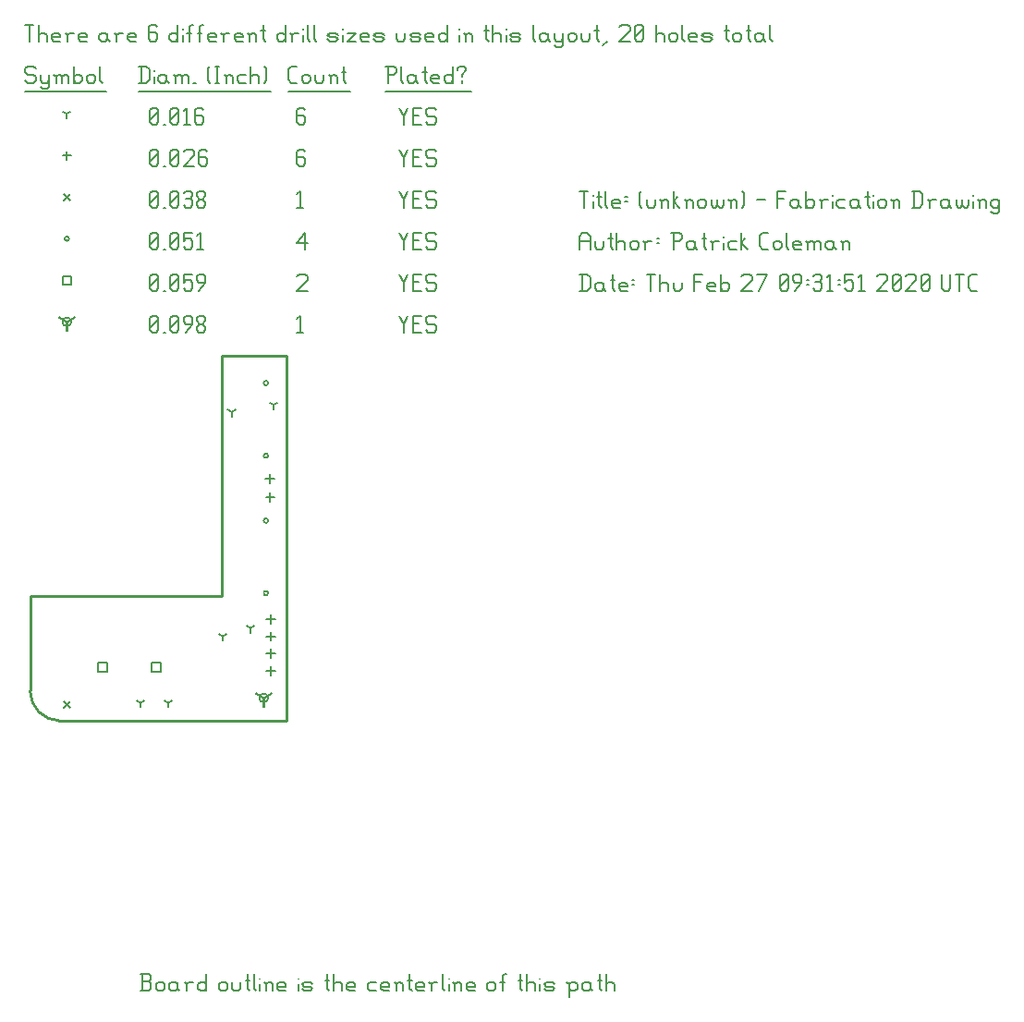
<source format=gbr>
G04 start of page 11 for group -3984 idx -3984 *
G04 Title: (unknown), fab *
G04 Creator: pcb 4.2.0 *
G04 CreationDate: Thu Feb 27 09:31:51 2020 UTC *
G04 For: blinken *
G04 Format: Gerber/RS-274X *
G04 PCB-Dimensions (mm): 65.00 56.00 *
G04 PCB-Coordinate-Origin: lower left *
%MOMM*%
%FSLAX43Y43*%
%LNFAB*%
%ADD65C,0.254*%
%ADD64C,0.191*%
%ADD63C,0.152*%
%ADD62C,0.002*%
%ADD61R,0.203X0.203*%
G54D61*X21850Y24400D02*Y23587D01*
G54D62*G36*
X21711Y24437D02*X22592Y24945D01*
X22693Y24769D01*
X21813Y24261D01*
X21711Y24437D01*
G37*
G36*
X21887Y24261D02*X21007Y24769D01*
X21108Y24945D01*
X21989Y24437D01*
X21887Y24261D01*
G37*
G54D61*X21444Y24400D02*G75*G03X22256Y24400I406J0D01*G01*
G75*G03X21444Y24400I-406J0D01*G01*
X3810Y58858D02*Y58045D01*
G54D62*G36*
X3671Y58895D02*X4552Y59403D01*
X4653Y59227D01*
X3773Y58719D01*
X3671Y58895D01*
G37*
G36*
X3847Y58719D02*X2967Y59227D01*
X3068Y59403D01*
X3949Y58895D01*
X3847Y58719D01*
G37*
G54D61*X3404Y58858D02*G75*G03X4216Y58858I406J0D01*G01*
G75*G03X3404Y58858I-406J0D01*G01*
G54D63*X34290Y59429D02*X34671Y58667D01*
X35052Y59429D01*
X34671Y58667D02*Y57905D01*
X35509Y58743D02*X36081D01*
X35509Y57905D02*X36271D01*
X35509Y59429D02*Y57905D01*
Y59429D02*X36271D01*
X37490D02*X37681Y59238D01*
X36919Y59429D02*X37490D01*
X36728Y59238D02*X36919Y59429D01*
X36728Y59238D02*Y58858D01*
X36919Y58667D01*
X37490D01*
X37681Y58476D01*
Y58096D01*
X37490Y57905D02*X37681Y58096D01*
X36919Y57905D02*X37490D01*
X36728Y58096D02*X36919Y57905D01*
X24892Y59124D02*X25197Y59429D01*
Y57905D01*
X24892D02*X25464D01*
X11430Y58096D02*X11620Y57905D01*
X11430Y59238D02*Y58096D01*
Y59238D02*X11620Y59429D01*
X12002D01*
X12192Y59238D01*
Y58096D01*
X12002Y57905D02*X12192Y58096D01*
X11620Y57905D02*X12002D01*
X11430Y58286D02*X12192Y59048D01*
X12649Y57905D02*X12840D01*
X13297Y58096D02*X13487Y57905D01*
X13297Y59238D02*Y58096D01*
Y59238D02*X13487Y59429D01*
X13868D01*
X14059Y59238D01*
Y58096D01*
X13868Y57905D02*X14059Y58096D01*
X13487Y57905D02*X13868D01*
X13297Y58286D02*X14059Y59048D01*
X14707Y57905D02*X15278Y58667D01*
Y59238D02*Y58667D01*
X15088Y59429D02*X15278Y59238D01*
X14707Y59429D02*X15088D01*
X14516Y59238D02*X14707Y59429D01*
X14516Y59238D02*Y58858D01*
X14707Y58667D01*
X15278D01*
X15735Y58096D02*X15926Y57905D01*
X15735Y58400D02*Y58096D01*
Y58400D02*X16002Y58667D01*
X16231D01*
X16497Y58400D01*
Y58096D01*
X16307Y57905D02*X16497Y58096D01*
X15926Y57905D02*X16307D01*
X15735Y58934D02*X16002Y58667D01*
X15735Y59238D02*Y58934D01*
Y59238D02*X15926Y59429D01*
X16307D01*
X16497Y59238D01*
Y58934D01*
X16231Y58667D02*X16497Y58934D01*
X6694Y27606D02*X7506D01*
X6694D02*Y26794D01*
X7506D01*
Y27606D02*Y26794D01*
X11594Y27606D02*X12406D01*
X11594D02*Y26794D01*
X12406D01*
Y27606D02*Y26794D01*
X3404Y63074D02*X4216D01*
X3404D02*Y62261D01*
X4216D01*
Y63074D02*Y62261D01*
X34290Y63239D02*X34671Y62477D01*
X35052Y63239D01*
X34671Y62477D02*Y61715D01*
X35509Y62553D02*X36081D01*
X35509Y61715D02*X36271D01*
X35509Y63239D02*Y61715D01*
Y63239D02*X36271D01*
X37490D02*X37681Y63048D01*
X36919Y63239D02*X37490D01*
X36728Y63048D02*X36919Y63239D01*
X36728Y63048D02*Y62668D01*
X36919Y62477D01*
X37490D01*
X37681Y62286D01*
Y61906D01*
X37490Y61715D02*X37681Y61906D01*
X36919Y61715D02*X37490D01*
X36728Y61906D02*X36919Y61715D01*
X24892Y63048D02*X25082Y63239D01*
X25654D01*
X25844Y63048D01*
Y62668D01*
X24892Y61715D02*X25844Y62668D01*
X24892Y61715D02*X25844D01*
X11430Y61906D02*X11620Y61715D01*
X11430Y63048D02*Y61906D01*
Y63048D02*X11620Y63239D01*
X12002D01*
X12192Y63048D01*
Y61906D01*
X12002Y61715D02*X12192Y61906D01*
X11620Y61715D02*X12002D01*
X11430Y62096D02*X12192Y62858D01*
X12649Y61715D02*X12840D01*
X13297Y61906D02*X13487Y61715D01*
X13297Y63048D02*Y61906D01*
Y63048D02*X13487Y63239D01*
X13868D01*
X14059Y63048D01*
Y61906D01*
X13868Y61715D02*X14059Y61906D01*
X13487Y61715D02*X13868D01*
X13297Y62096D02*X14059Y62858D01*
X14516Y63239D02*X15278D01*
X14516D02*Y62477D01*
X14707Y62668D01*
X15088D01*
X15278Y62477D01*
Y61906D01*
X15088Y61715D02*X15278Y61906D01*
X14707Y61715D02*X15088D01*
X14516Y61906D02*X14707Y61715D01*
X15926D02*X16497Y62477D01*
Y63048D02*Y62477D01*
X16307Y63239D02*X16497Y63048D01*
X15926Y63239D02*X16307D01*
X15735Y63048D02*X15926Y63239D01*
X15735Y63048D02*Y62668D01*
X15926Y62477D01*
X16497D01*
X21847Y34000D02*G75*G03X22253Y34000I203J0D01*G01*
G75*G03X21847Y34000I-203J0D01*G01*
Y40650D02*G75*G03X22253Y40650I203J0D01*G01*
G75*G03X21847Y40650I-203J0D01*G01*
Y46600D02*G75*G03X22253Y46600I203J0D01*G01*
G75*G03X21847Y46600I-203J0D01*G01*
Y53250D02*G75*G03X22253Y53250I203J0D01*G01*
G75*G03X21847Y53250I-203J0D01*G01*
X3607Y66478D02*G75*G03X4013Y66478I203J0D01*G01*
G75*G03X3607Y66478I-203J0D01*G01*
X34290Y67049D02*X34671Y66287D01*
X35052Y67049D01*
X34671Y66287D02*Y65525D01*
X35509Y66363D02*X36081D01*
X35509Y65525D02*X36271D01*
X35509Y67049D02*Y65525D01*
Y67049D02*X36271D01*
X37490D02*X37681Y66858D01*
X36919Y67049D02*X37490D01*
X36728Y66858D02*X36919Y67049D01*
X36728Y66858D02*Y66478D01*
X36919Y66287D01*
X37490D01*
X37681Y66096D01*
Y65716D01*
X37490Y65525D02*X37681Y65716D01*
X36919Y65525D02*X37490D01*
X36728Y65716D02*X36919Y65525D01*
X24892Y66096D02*X25654Y67049D01*
X24892Y66096D02*X25844D01*
X25654Y67049D02*Y65525D01*
X11430Y65716D02*X11620Y65525D01*
X11430Y66858D02*Y65716D01*
Y66858D02*X11620Y67049D01*
X12002D01*
X12192Y66858D01*
Y65716D01*
X12002Y65525D02*X12192Y65716D01*
X11620Y65525D02*X12002D01*
X11430Y65906D02*X12192Y66668D01*
X12649Y65525D02*X12840D01*
X13297Y65716D02*X13487Y65525D01*
X13297Y66858D02*Y65716D01*
Y66858D02*X13487Y67049D01*
X13868D01*
X14059Y66858D01*
Y65716D01*
X13868Y65525D02*X14059Y65716D01*
X13487Y65525D02*X13868D01*
X13297Y65906D02*X14059Y66668D01*
X14516Y67049D02*X15278D01*
X14516D02*Y66287D01*
X14707Y66478D01*
X15088D01*
X15278Y66287D01*
Y65716D01*
X15088Y65525D02*X15278Y65716D01*
X14707Y65525D02*X15088D01*
X14516Y65716D02*X14707Y65525D01*
X15735Y66744D02*X16040Y67049D01*
Y65525D01*
X15735D02*X16307D01*
X3495Y24105D02*X4105Y23495D01*
X3495D02*X4105Y24105D01*
X3505Y70592D02*X4115Y69983D01*
X3505D02*X4115Y70592D01*
X34290Y70859D02*X34671Y70097D01*
X35052Y70859D01*
X34671Y70097D02*Y69335D01*
X35509Y70173D02*X36081D01*
X35509Y69335D02*X36271D01*
X35509Y70859D02*Y69335D01*
Y70859D02*X36271D01*
X37490D02*X37681Y70668D01*
X36919Y70859D02*X37490D01*
X36728Y70668D02*X36919Y70859D01*
X36728Y70668D02*Y70288D01*
X36919Y70097D01*
X37490D01*
X37681Y69906D01*
Y69526D01*
X37490Y69335D02*X37681Y69526D01*
X36919Y69335D02*X37490D01*
X36728Y69526D02*X36919Y69335D01*
X24892Y70554D02*X25197Y70859D01*
Y69335D01*
X24892D02*X25464D01*
X11430Y69526D02*X11620Y69335D01*
X11430Y70668D02*Y69526D01*
Y70668D02*X11620Y70859D01*
X12002D01*
X12192Y70668D01*
Y69526D01*
X12002Y69335D02*X12192Y69526D01*
X11620Y69335D02*X12002D01*
X11430Y69716D02*X12192Y70478D01*
X12649Y69335D02*X12840D01*
X13297Y69526D02*X13487Y69335D01*
X13297Y70668D02*Y69526D01*
Y70668D02*X13487Y70859D01*
X13868D01*
X14059Y70668D01*
Y69526D01*
X13868Y69335D02*X14059Y69526D01*
X13487Y69335D02*X13868D01*
X13297Y69716D02*X14059Y70478D01*
X14516Y70668D02*X14707Y70859D01*
X15088D01*
X15278Y70668D01*
X15088Y69335D02*X15278Y69526D01*
X14707Y69335D02*X15088D01*
X14516Y69526D02*X14707Y69335D01*
Y70173D02*X15088D01*
X15278Y70668D02*Y70364D01*
Y69983D02*Y69526D01*
Y69983D02*X15088Y70173D01*
X15278Y70364D02*X15088Y70173D01*
X15735Y69526D02*X15926Y69335D01*
X15735Y69830D02*Y69526D01*
Y69830D02*X16002Y70097D01*
X16231D01*
X16497Y69830D01*
Y69526D01*
X16307Y69335D02*X16497Y69526D01*
X15926Y69335D02*X16307D01*
X15735Y70364D02*X16002Y70097D01*
X15735Y70668D02*Y70364D01*
Y70668D02*X15926Y70859D01*
X16307D01*
X16497Y70668D01*
Y70364D01*
X16231Y70097D02*X16497Y70364D01*
X22500Y27306D02*Y26494D01*
X22094Y26900D02*X22906D01*
X22500Y28906D02*Y28094D01*
X22094Y28500D02*X22906D01*
X22500Y30456D02*Y29644D01*
X22094Y30050D02*X22906D01*
X22500Y32006D02*Y31194D01*
X22094Y31600D02*X22906D01*
X22450Y43206D02*Y42394D01*
X22044Y42800D02*X22856D01*
X22400Y44906D02*Y44094D01*
X21994Y44500D02*X22806D01*
X3810Y74504D02*Y73691D01*
X3404Y74098D02*X4216D01*
X34290Y74669D02*X34671Y73907D01*
X35052Y74669D01*
X34671Y73907D02*Y73145D01*
X35509Y73983D02*X36081D01*
X35509Y73145D02*X36271D01*
X35509Y74669D02*Y73145D01*
Y74669D02*X36271D01*
X37490D02*X37681Y74478D01*
X36919Y74669D02*X37490D01*
X36728Y74478D02*X36919Y74669D01*
X36728Y74478D02*Y74098D01*
X36919Y73907D01*
X37490D01*
X37681Y73716D01*
Y73336D01*
X37490Y73145D02*X37681Y73336D01*
X36919Y73145D02*X37490D01*
X36728Y73336D02*X36919Y73145D01*
X25464Y74669D02*X25654Y74478D01*
X25082Y74669D02*X25464D01*
X24892Y74478D02*X25082Y74669D01*
X24892Y74478D02*Y73336D01*
X25082Y73145D01*
X25464Y73983D02*X25654Y73793D01*
X24892Y73983D02*X25464D01*
X25082Y73145D02*X25464D01*
X25654Y73336D01*
Y73793D02*Y73336D01*
X11430D02*X11620Y73145D01*
X11430Y74478D02*Y73336D01*
Y74478D02*X11620Y74669D01*
X12002D01*
X12192Y74478D01*
Y73336D01*
X12002Y73145D02*X12192Y73336D01*
X11620Y73145D02*X12002D01*
X11430Y73526D02*X12192Y74288D01*
X12649Y73145D02*X12840D01*
X13297Y73336D02*X13487Y73145D01*
X13297Y74478D02*Y73336D01*
Y74478D02*X13487Y74669D01*
X13868D01*
X14059Y74478D01*
Y73336D01*
X13868Y73145D02*X14059Y73336D01*
X13487Y73145D02*X13868D01*
X13297Y73526D02*X14059Y74288D01*
X14516Y74478D02*X14707Y74669D01*
X15278D01*
X15469Y74478D01*
Y74098D01*
X14516Y73145D02*X15469Y74098D01*
X14516Y73145D02*X15469D01*
X16497Y74669D02*X16688Y74478D01*
X16116Y74669D02*X16497D01*
X15926Y74478D02*X16116Y74669D01*
X15926Y74478D02*Y73336D01*
X16116Y73145D01*
X16497Y73983D02*X16688Y73793D01*
X15926Y73983D02*X16497D01*
X16116Y73145D02*X16497D01*
X16688Y73336D01*
Y73793D02*Y73336D01*
X10575Y23950D02*Y23544D01*
Y23950D02*X10927Y24153D01*
X10575Y23950D02*X10223Y24153D01*
X18100Y30050D02*Y29644D01*
Y30050D02*X18452Y30253D01*
X18100Y30050D02*X17748Y30253D01*
X13075Y23950D02*Y23544D01*
Y23950D02*X13427Y24153D01*
X13075Y23950D02*X12723Y24153D01*
X22750Y51250D02*Y50844D01*
Y51250D02*X23102Y51453D01*
X22750Y51250D02*X22398Y51453D01*
X20650Y30800D02*Y30394D01*
Y30800D02*X21002Y31003D01*
X20650Y30800D02*X20298Y31003D01*
X18900Y50600D02*Y50194D01*
Y50600D02*X19252Y50803D01*
X18900Y50600D02*X18548Y50803D01*
X3810Y77908D02*Y77501D01*
Y77908D02*X4162Y78111D01*
X3810Y77908D02*X3458Y78111D01*
X34290Y78479D02*X34671Y77717D01*
X35052Y78479D01*
X34671Y77717D02*Y76955D01*
X35509Y77793D02*X36081D01*
X35509Y76955D02*X36271D01*
X35509Y78479D02*Y76955D01*
Y78479D02*X36271D01*
X37490D02*X37681Y78288D01*
X36919Y78479D02*X37490D01*
X36728Y78288D02*X36919Y78479D01*
X36728Y78288D02*Y77908D01*
X36919Y77717D01*
X37490D01*
X37681Y77526D01*
Y77146D01*
X37490Y76955D02*X37681Y77146D01*
X36919Y76955D02*X37490D01*
X36728Y77146D02*X36919Y76955D01*
X25464Y78479D02*X25654Y78288D01*
X25082Y78479D02*X25464D01*
X24892Y78288D02*X25082Y78479D01*
X24892Y78288D02*Y77146D01*
X25082Y76955D01*
X25464Y77793D02*X25654Y77603D01*
X24892Y77793D02*X25464D01*
X25082Y76955D02*X25464D01*
X25654Y77146D01*
Y77603D02*Y77146D01*
X11430D02*X11620Y76955D01*
X11430Y78288D02*Y77146D01*
Y78288D02*X11620Y78479D01*
X12002D01*
X12192Y78288D01*
Y77146D01*
X12002Y76955D02*X12192Y77146D01*
X11620Y76955D02*X12002D01*
X11430Y77336D02*X12192Y78098D01*
X12649Y76955D02*X12840D01*
X13297Y77146D02*X13487Y76955D01*
X13297Y78288D02*Y77146D01*
Y78288D02*X13487Y78479D01*
X13868D01*
X14059Y78288D01*
Y77146D01*
X13868Y76955D02*X14059Y77146D01*
X13487Y76955D02*X13868D01*
X13297Y77336D02*X14059Y78098D01*
X14516Y78174D02*X14821Y78479D01*
Y76955D01*
X14516D02*X15088D01*
X16116Y78479D02*X16307Y78288D01*
X15735Y78479D02*X16116D01*
X15545Y78288D02*X15735Y78479D01*
X15545Y78288D02*Y77146D01*
X15735Y76955D01*
X16116Y77793D02*X16307Y77603D01*
X15545Y77793D02*X16116D01*
X15735Y76955D02*X16116D01*
X16307Y77146D01*
Y77603D02*Y77146D01*
X762Y82289D02*X952Y82098D01*
X190Y82289D02*X762D01*
X0Y82098D02*X190Y82289D01*
X0Y82098D02*Y81718D01*
X190Y81527D01*
X762D01*
X952Y81336D01*
Y80956D01*
X762Y80765D02*X952Y80956D01*
X190Y80765D02*X762D01*
X0Y80956D02*X190Y80765D01*
X1410Y81527D02*Y80956D01*
X1600Y80765D01*
X2172Y81527D02*Y80384D01*
X1981Y80194D02*X2172Y80384D01*
X1600Y80194D02*X1981D01*
X1410Y80384D02*X1600Y80194D01*
Y80765D02*X1981D01*
X2172Y80956D01*
X2819Y81336D02*Y80765D01*
Y81336D02*X3010Y81527D01*
X3200D01*
X3391Y81336D01*
Y80765D01*
Y81336D02*X3581Y81527D01*
X3772D01*
X3962Y81336D01*
Y80765D01*
X2629Y81527D02*X2819Y81336D01*
X4420Y82289D02*Y80765D01*
Y80956D02*X4610Y80765D01*
X4991D01*
X5182Y80956D01*
Y81336D02*Y80956D01*
X4991Y81527D02*X5182Y81336D01*
X4610Y81527D02*X4991D01*
X4420Y81336D02*X4610Y81527D01*
X5639Y81336D02*Y80956D01*
Y81336D02*X5829Y81527D01*
X6210D01*
X6401Y81336D01*
Y80956D01*
X6210Y80765D02*X6401Y80956D01*
X5829Y80765D02*X6210D01*
X5639Y80956D02*X5829Y80765D01*
X6858Y82289D02*Y80956D01*
X7049Y80765D01*
X0Y79939D02*X7430D01*
X10604Y82289D02*Y80765D01*
X11100Y82289D02*X11366Y82022D01*
Y81032D01*
X11100Y80765D02*X11366Y81032D01*
X10414Y80765D02*X11100D01*
X10414Y82289D02*X11100D01*
G54D64*X11824Y81908D02*Y81870D01*
G54D63*Y81336D02*Y80765D01*
X12776Y81527D02*X12967Y81336D01*
X12395Y81527D02*X12776D01*
X12205Y81336D02*X12395Y81527D01*
X12205Y81336D02*Y80956D01*
X12395Y80765D01*
X12967Y81527D02*Y80956D01*
X13157Y80765D01*
X12395D02*X12776D01*
X12967Y80956D01*
X13805Y81336D02*Y80765D01*
Y81336D02*X13995Y81527D01*
X14186D01*
X14376Y81336D01*
Y80765D01*
Y81336D02*X14567Y81527D01*
X14757D01*
X14948Y81336D01*
Y80765D01*
X13614Y81527D02*X13805Y81336D01*
X15405Y80765D02*X15596D01*
X16739Y80956D02*X16929Y80765D01*
X16739Y82098D02*X16929Y82289D01*
X16739Y82098D02*Y80956D01*
X17386Y82289D02*X17767D01*
X17577D02*Y80765D01*
X17386D02*X17767D01*
X18415Y81336D02*Y80765D01*
Y81336D02*X18606Y81527D01*
X18796D01*
X18987Y81336D01*
Y80765D01*
X18225Y81527D02*X18415Y81336D01*
X19634Y81527D02*X20206D01*
X19444Y81336D02*X19634Y81527D01*
X19444Y81336D02*Y80956D01*
X19634Y80765D01*
X20206D01*
X20663Y82289D02*Y80765D01*
Y81336D02*X20853Y81527D01*
X21234D01*
X21425Y81336D01*
Y80765D01*
X21882Y82289D02*X22073Y82098D01*
Y80956D01*
X21882Y80765D02*X22073Y80956D01*
X10414Y79939D02*X22530D01*
X24397Y80765D02*X24892D01*
X24130Y81032D02*X24397Y80765D01*
X24130Y82022D02*Y81032D01*
Y82022D02*X24397Y82289D01*
X24892D01*
X25349Y81336D02*Y80956D01*
Y81336D02*X25540Y81527D01*
X25921D01*
X26111Y81336D01*
Y80956D01*
X25921Y80765D02*X26111Y80956D01*
X25540Y80765D02*X25921D01*
X25349Y80956D02*X25540Y80765D01*
X26568Y81527D02*Y80956D01*
X26759Y80765D01*
X27140D01*
X27330Y80956D01*
Y81527D02*Y80956D01*
X27978Y81336D02*Y80765D01*
Y81336D02*X28169Y81527D01*
X28359D01*
X28550Y81336D01*
Y80765D01*
X27788Y81527D02*X27978Y81336D01*
X29197Y82289D02*Y80956D01*
X29388Y80765D01*
X29007Y81718D02*X29388D01*
X24130Y79939D02*X29769D01*
X33210Y82289D02*Y80765D01*
X33020Y82289D02*X33782D01*
X33972Y82098D01*
Y81718D01*
X33782Y81527D02*X33972Y81718D01*
X33210Y81527D02*X33782D01*
X34430Y82289D02*Y80956D01*
X34620Y80765D01*
X35573Y81527D02*X35763Y81336D01*
X35192Y81527D02*X35573D01*
X35001Y81336D02*X35192Y81527D01*
X35001Y81336D02*Y80956D01*
X35192Y80765D01*
X35763Y81527D02*Y80956D01*
X35954Y80765D01*
X35192D02*X35573D01*
X35763Y80956D01*
X36601Y82289D02*Y80956D01*
X36792Y80765D01*
X36411Y81718D02*X36792D01*
X37363Y80765D02*X37935D01*
X37173Y80956D02*X37363Y80765D01*
X37173Y81336D02*Y80956D01*
Y81336D02*X37363Y81527D01*
X37744D01*
X37935Y81336D01*
X37173Y81146D02*X37935D01*
Y81336D02*Y81146D01*
X39154Y82289D02*Y80765D01*
X38964D02*X39154Y80956D01*
X38583Y80765D02*X38964D01*
X38392Y80956D02*X38583Y80765D01*
X38392Y81336D02*Y80956D01*
Y81336D02*X38583Y81527D01*
X38964D01*
X39154Y81336D01*
X39992Y81527D02*Y81336D01*
Y80956D02*Y80765D01*
X39611Y82098D02*Y81908D01*
Y82098D02*X39802Y82289D01*
X40183D01*
X40373Y82098D01*
Y81908D01*
X39992Y81527D02*X40373Y81908D01*
X33020Y79939D02*X40831D01*
X0Y86099D02*X762D01*
X381D02*Y84575D01*
X1219Y86099D02*Y84575D01*
Y85146D02*X1410Y85337D01*
X1791D01*
X1981Y85146D01*
Y84575D01*
X2629D02*X3200D01*
X2438Y84766D02*X2629Y84575D01*
X2438Y85146D02*Y84766D01*
Y85146D02*X2629Y85337D01*
X3010D01*
X3200Y85146D01*
X2438Y84956D02*X3200D01*
Y85146D02*Y84956D01*
X3848Y85146D02*Y84575D01*
Y85146D02*X4039Y85337D01*
X4420D01*
X3658D02*X3848Y85146D01*
X5067Y84575D02*X5639D01*
X4877Y84766D02*X5067Y84575D01*
X4877Y85146D02*Y84766D01*
Y85146D02*X5067Y85337D01*
X5448D01*
X5639Y85146D01*
X4877Y84956D02*X5639D01*
Y85146D02*Y84956D01*
X7353Y85337D02*X7544Y85146D01*
X6972Y85337D02*X7353D01*
X6782Y85146D02*X6972Y85337D01*
X6782Y85146D02*Y84766D01*
X6972Y84575D01*
X7544Y85337D02*Y84766D01*
X7734Y84575D01*
X6972D02*X7353D01*
X7544Y84766D01*
X8382Y85146D02*Y84575D01*
Y85146D02*X8573Y85337D01*
X8954D01*
X8192D02*X8382Y85146D01*
X9601Y84575D02*X10173D01*
X9411Y84766D02*X9601Y84575D01*
X9411Y85146D02*Y84766D01*
Y85146D02*X9601Y85337D01*
X9982D01*
X10173Y85146D01*
X9411Y84956D02*X10173D01*
Y85146D02*Y84956D01*
X11887Y86099D02*X12078Y85908D01*
X11506Y86099D02*X11887D01*
X11316Y85908D02*X11506Y86099D01*
X11316Y85908D02*Y84766D01*
X11506Y84575D01*
X11887Y85413D02*X12078Y85223D01*
X11316Y85413D02*X11887D01*
X11506Y84575D02*X11887D01*
X12078Y84766D01*
Y85223D02*Y84766D01*
X13983Y86099D02*Y84575D01*
X13792D02*X13983Y84766D01*
X13411Y84575D02*X13792D01*
X13221Y84766D02*X13411Y84575D01*
X13221Y85146D02*Y84766D01*
Y85146D02*X13411Y85337D01*
X13792D01*
X13983Y85146D01*
G54D64*X14440Y85718D02*Y85680D01*
G54D63*Y85146D02*Y84575D01*
X15011Y85908D02*Y84575D01*
Y85908D02*X15202Y86099D01*
X15392D01*
X14821Y85337D02*X15202D01*
X15964Y85908D02*Y84575D01*
Y85908D02*X16154Y86099D01*
X16345D01*
X15773Y85337D02*X16154D01*
X16916Y84575D02*X17488D01*
X16726Y84766D02*X16916Y84575D01*
X16726Y85146D02*Y84766D01*
Y85146D02*X16916Y85337D01*
X17297D01*
X17488Y85146D01*
X16726Y84956D02*X17488D01*
Y85146D02*Y84956D01*
X18136Y85146D02*Y84575D01*
Y85146D02*X18326Y85337D01*
X18707D01*
X17945D02*X18136Y85146D01*
X19355Y84575D02*X19926D01*
X19164Y84766D02*X19355Y84575D01*
X19164Y85146D02*Y84766D01*
Y85146D02*X19355Y85337D01*
X19736D01*
X19926Y85146D01*
X19164Y84956D02*X19926D01*
Y85146D02*Y84956D01*
X20574Y85146D02*Y84575D01*
Y85146D02*X20765Y85337D01*
X20955D01*
X21146Y85146D01*
Y84575D01*
X20384Y85337D02*X20574Y85146D01*
X21793Y86099D02*Y84766D01*
X21984Y84575D01*
X21603Y85528D02*X21984D01*
X23813Y86099D02*Y84575D01*
X23622D02*X23813Y84766D01*
X23241Y84575D02*X23622D01*
X23051Y84766D02*X23241Y84575D01*
X23051Y85146D02*Y84766D01*
Y85146D02*X23241Y85337D01*
X23622D01*
X23813Y85146D01*
X24460D02*Y84575D01*
Y85146D02*X24651Y85337D01*
X25032D01*
X24270D02*X24460Y85146D01*
G54D64*X25489Y85718D02*Y85680D01*
G54D63*Y85146D02*Y84575D01*
X25870Y86099D02*Y84766D01*
X26060Y84575D01*
X26441Y86099D02*Y84766D01*
X26632Y84575D01*
X27889D02*X28461D01*
X28651Y84766D01*
X28461Y84956D02*X28651Y84766D01*
X27889Y84956D02*X28461D01*
X27699Y85146D02*X27889Y84956D01*
X27699Y85146D02*X27889Y85337D01*
X28461D01*
X28651Y85146D01*
X27699Y84766D02*X27889Y84575D01*
G54D64*X29108Y85718D02*Y85680D01*
G54D63*Y85146D02*Y84575D01*
X29489Y85337D02*X30251D01*
X29489Y84575D02*X30251Y85337D01*
X29489Y84575D02*X30251D01*
X30899D02*X31471D01*
X30709Y84766D02*X30899Y84575D01*
X30709Y85146D02*Y84766D01*
Y85146D02*X30899Y85337D01*
X31280D01*
X31471Y85146D01*
X30709Y84956D02*X31471D01*
Y85146D02*Y84956D01*
X32118Y84575D02*X32690D01*
X32880Y84766D01*
X32690Y84956D02*X32880Y84766D01*
X32118Y84956D02*X32690D01*
X31928Y85146D02*X32118Y84956D01*
X31928Y85146D02*X32118Y85337D01*
X32690D01*
X32880Y85146D01*
X31928Y84766D02*X32118Y84575D01*
X34023Y85337D02*Y84766D01*
X34214Y84575D01*
X34595D01*
X34785Y84766D01*
Y85337D02*Y84766D01*
X35433Y84575D02*X36005D01*
X36195Y84766D01*
X36005Y84956D02*X36195Y84766D01*
X35433Y84956D02*X36005D01*
X35243Y85146D02*X35433Y84956D01*
X35243Y85146D02*X35433Y85337D01*
X36005D01*
X36195Y85146D01*
X35243Y84766D02*X35433Y84575D01*
X36843D02*X37414D01*
X36652Y84766D02*X36843Y84575D01*
X36652Y85146D02*Y84766D01*
Y85146D02*X36843Y85337D01*
X37224D01*
X37414Y85146D01*
X36652Y84956D02*X37414D01*
Y85146D02*Y84956D01*
X38633Y86099D02*Y84575D01*
X38443D02*X38633Y84766D01*
X38062Y84575D02*X38443D01*
X37871Y84766D02*X38062Y84575D01*
X37871Y85146D02*Y84766D01*
Y85146D02*X38062Y85337D01*
X38443D01*
X38633Y85146D01*
G54D64*X39776Y85718D02*Y85680D01*
G54D63*Y85146D02*Y84575D01*
X40348Y85146D02*Y84575D01*
Y85146D02*X40538Y85337D01*
X40729D01*
X40919Y85146D01*
Y84575D01*
X40157Y85337D02*X40348Y85146D01*
X42253Y86099D02*Y84766D01*
X42443Y84575D01*
X42062Y85528D02*X42443D01*
X42824Y86099D02*Y84575D01*
Y85146D02*X43015Y85337D01*
X43396D01*
X43586Y85146D01*
Y84575D01*
G54D64*X44044Y85718D02*Y85680D01*
G54D63*Y85146D02*Y84575D01*
X44615D02*X45187D01*
X45377Y84766D01*
X45187Y84956D02*X45377Y84766D01*
X44615Y84956D02*X45187D01*
X44425Y85146D02*X44615Y84956D01*
X44425Y85146D02*X44615Y85337D01*
X45187D01*
X45377Y85146D01*
X44425Y84766D02*X44615Y84575D01*
X46520Y86099D02*Y84766D01*
X46711Y84575D01*
X47663Y85337D02*X47854Y85146D01*
X47282Y85337D02*X47663D01*
X47092Y85146D02*X47282Y85337D01*
X47092Y85146D02*Y84766D01*
X47282Y84575D01*
X47854Y85337D02*Y84766D01*
X48044Y84575D01*
X47282D02*X47663D01*
X47854Y84766D01*
X48501Y85337D02*Y84766D01*
X48692Y84575D01*
X49263Y85337D02*Y84194D01*
X49073Y84004D02*X49263Y84194D01*
X48692Y84004D02*X49073D01*
X48501Y84194D02*X48692Y84004D01*
Y84575D02*X49073D01*
X49263Y84766D01*
X49721Y85146D02*Y84766D01*
Y85146D02*X49911Y85337D01*
X50292D01*
X50483Y85146D01*
Y84766D01*
X50292Y84575D02*X50483Y84766D01*
X49911Y84575D02*X50292D01*
X49721Y84766D02*X49911Y84575D01*
X50940Y85337D02*Y84766D01*
X51130Y84575D01*
X51511D01*
X51702Y84766D01*
Y85337D02*Y84766D01*
X52349Y86099D02*Y84766D01*
X52540Y84575D01*
X52159Y85528D02*X52540D01*
X52921Y84194D02*X53302Y84575D01*
X54445Y85908D02*X54635Y86099D01*
X55207D01*
X55397Y85908D01*
Y85528D01*
X54445Y84575D02*X55397Y85528D01*
X54445Y84575D02*X55397D01*
X55855Y84766D02*X56045Y84575D01*
X55855Y85908D02*Y84766D01*
Y85908D02*X56045Y86099D01*
X56426D01*
X56617Y85908D01*
Y84766D01*
X56426Y84575D02*X56617Y84766D01*
X56045Y84575D02*X56426D01*
X55855Y84956D02*X56617Y85718D01*
X57760Y86099D02*Y84575D01*
Y85146D02*X57950Y85337D01*
X58331D01*
X58522Y85146D01*
Y84575D01*
X58979Y85146D02*Y84766D01*
Y85146D02*X59169Y85337D01*
X59550D01*
X59741Y85146D01*
Y84766D01*
X59550Y84575D02*X59741Y84766D01*
X59169Y84575D02*X59550D01*
X58979Y84766D02*X59169Y84575D01*
X60198Y86099D02*Y84766D01*
X60389Y84575D01*
X60960D02*X61532D01*
X60770Y84766D02*X60960Y84575D01*
X60770Y85146D02*Y84766D01*
Y85146D02*X60960Y85337D01*
X61341D01*
X61532Y85146D01*
X60770Y84956D02*X61532D01*
Y85146D02*Y84956D01*
X62179Y84575D02*X62751D01*
X62941Y84766D01*
X62751Y84956D02*X62941Y84766D01*
X62179Y84956D02*X62751D01*
X61989Y85146D02*X62179Y84956D01*
X61989Y85146D02*X62179Y85337D01*
X62751D01*
X62941Y85146D01*
X61989Y84766D02*X62179Y84575D01*
X64275Y86099D02*Y84766D01*
X64465Y84575D01*
X64084Y85528D02*X64465D01*
X64846Y85146D02*Y84766D01*
Y85146D02*X65037Y85337D01*
X65418D01*
X65608Y85146D01*
Y84766D01*
X65418Y84575D02*X65608Y84766D01*
X65037Y84575D02*X65418D01*
X64846Y84766D02*X65037Y84575D01*
X66256Y86099D02*Y84766D01*
X66446Y84575D01*
X66065Y85528D02*X66446D01*
X67399Y85337D02*X67589Y85146D01*
X67018Y85337D02*X67399D01*
X66827Y85146D02*X67018Y85337D01*
X66827Y85146D02*Y84766D01*
X67018Y84575D01*
X67589Y85337D02*Y84766D01*
X67780Y84575D01*
X67018D02*X67399D01*
X67589Y84766D01*
X68237Y86099D02*Y84766D01*
X68428Y84575D01*
G54D65*X18050Y55750D02*Y39400D01*
Y55750D02*X23950D01*
X3050Y22300D02*X23900D01*
X23950Y55750D02*Y22300D01*
X18050Y39350D02*Y33700D01*
X450D01*
Y25100D02*Y33700D01*
Y25050D02*G75*G03X3200Y22300I2750J0D01*G01*
G54D63*X10573Y-2413D02*X11335D01*
X11526Y-2222D01*
Y-1765D02*Y-2222D01*
X11335Y-1575D02*X11526Y-1765D01*
X10764Y-1575D02*X11335D01*
X10764Y-889D02*Y-2413D01*
X10573Y-889D02*X11335D01*
X11526Y-1080D01*
Y-1384D01*
X11335Y-1575D02*X11526Y-1384D01*
X11983Y-1842D02*Y-2222D01*
Y-1842D02*X12174Y-1651D01*
X12555D01*
X12745Y-1842D01*
Y-2222D01*
X12555Y-2413D02*X12745Y-2222D01*
X12174Y-2413D02*X12555D01*
X11983Y-2222D02*X12174Y-2413D01*
X13774Y-1651D02*X13964Y-1842D01*
X13393Y-1651D02*X13774D01*
X13202Y-1842D02*X13393Y-1651D01*
X13202Y-1842D02*Y-2222D01*
X13393Y-2413D01*
X13964Y-1651D02*Y-2222D01*
X14155Y-2413D01*
X13393D02*X13774D01*
X13964Y-2222D01*
X14803Y-1842D02*Y-2413D01*
Y-1842D02*X14993Y-1651D01*
X15374D01*
X14612D02*X14803Y-1842D01*
X16593Y-889D02*Y-2413D01*
X16403D02*X16593Y-2222D01*
X16022Y-2413D02*X16403D01*
X15831Y-2222D02*X16022Y-2413D01*
X15831Y-1842D02*Y-2222D01*
Y-1842D02*X16022Y-1651D01*
X16403D01*
X16593Y-1842D01*
X17736D02*Y-2222D01*
Y-1842D02*X17927Y-1651D01*
X18308D01*
X18498Y-1842D01*
Y-2222D01*
X18308Y-2413D02*X18498Y-2222D01*
X17927Y-2413D02*X18308D01*
X17736Y-2222D02*X17927Y-2413D01*
X18955Y-1651D02*Y-2222D01*
X19146Y-2413D01*
X19527D01*
X19717Y-2222D01*
Y-1651D02*Y-2222D01*
X20365Y-889D02*Y-2222D01*
X20556Y-2413D01*
X20175Y-1460D02*X20556D01*
X20937Y-889D02*Y-2222D01*
X21127Y-2413D01*
G54D64*X21508Y-1270D02*Y-1308D01*
G54D63*Y-1842D02*Y-2413D01*
X22080Y-1842D02*Y-2413D01*
Y-1842D02*X22270Y-1651D01*
X22461D01*
X22651Y-1842D01*
Y-2413D01*
X21889Y-1651D02*X22080Y-1842D01*
X23299Y-2413D02*X23870D01*
X23108Y-2222D02*X23299Y-2413D01*
X23108Y-1842D02*Y-2222D01*
Y-1842D02*X23299Y-1651D01*
X23680D01*
X23870Y-1842D01*
X23108Y-2032D02*X23870D01*
Y-1842D02*Y-2032D01*
G54D64*X25013Y-1270D02*Y-1308D01*
G54D63*Y-1842D02*Y-2413D01*
X25585D02*X26156D01*
X26347Y-2222D01*
X26156Y-2032D02*X26347Y-2222D01*
X25585Y-2032D02*X26156D01*
X25394Y-1842D02*X25585Y-2032D01*
X25394Y-1842D02*X25585Y-1651D01*
X26156D01*
X26347Y-1842D01*
X25394Y-2222D02*X25585Y-2413D01*
X27680Y-889D02*Y-2222D01*
X27871Y-2413D01*
X27490Y-1460D02*X27871D01*
X28252Y-889D02*Y-2413D01*
Y-1842D02*X28442Y-1651D01*
X28823D01*
X29014Y-1842D01*
Y-2413D01*
X29662D02*X30233D01*
X29471Y-2222D02*X29662Y-2413D01*
X29471Y-1842D02*Y-2222D01*
Y-1842D02*X29662Y-1651D01*
X30043D01*
X30233Y-1842D01*
X29471Y-2032D02*X30233D01*
Y-1842D02*Y-2032D01*
X31567Y-1651D02*X32138D01*
X31376Y-1842D02*X31567Y-1651D01*
X31376Y-1842D02*Y-2222D01*
X31567Y-2413D01*
X32138D01*
X32786D02*X33357D01*
X32595Y-2222D02*X32786Y-2413D01*
X32595Y-1842D02*Y-2222D01*
Y-1842D02*X32786Y-1651D01*
X33167D01*
X33357Y-1842D01*
X32595Y-2032D02*X33357D01*
Y-1842D02*Y-2032D01*
X34005Y-1842D02*Y-2413D01*
Y-1842D02*X34195Y-1651D01*
X34386D01*
X34576Y-1842D01*
Y-2413D01*
X33814Y-1651D02*X34005Y-1842D01*
X35224Y-889D02*Y-2222D01*
X35415Y-2413D01*
X35034Y-1460D02*X35415D01*
X35986Y-2413D02*X36558D01*
X35796Y-2222D02*X35986Y-2413D01*
X35796Y-1842D02*Y-2222D01*
Y-1842D02*X35986Y-1651D01*
X36367D01*
X36558Y-1842D01*
X35796Y-2032D02*X36558D01*
Y-1842D02*Y-2032D01*
X37205Y-1842D02*Y-2413D01*
Y-1842D02*X37396Y-1651D01*
X37777D01*
X37015D02*X37205Y-1842D01*
X38234Y-889D02*Y-2222D01*
X38425Y-2413D01*
G54D64*X38806Y-1270D02*Y-1308D01*
G54D63*Y-1842D02*Y-2413D01*
X39377Y-1842D02*Y-2413D01*
Y-1842D02*X39568Y-1651D01*
X39758D01*
X39949Y-1842D01*
Y-2413D01*
X39187Y-1651D02*X39377Y-1842D01*
X40596Y-2413D02*X41168D01*
X40406Y-2222D02*X40596Y-2413D01*
X40406Y-1842D02*Y-2222D01*
Y-1842D02*X40596Y-1651D01*
X40977D01*
X41168Y-1842D01*
X40406Y-2032D02*X41168D01*
Y-1842D02*Y-2032D01*
X42311Y-1842D02*Y-2222D01*
Y-1842D02*X42501Y-1651D01*
X42882D01*
X43073Y-1842D01*
Y-2222D01*
X42882Y-2413D02*X43073Y-2222D01*
X42501Y-2413D02*X42882D01*
X42311Y-2222D02*X42501Y-2413D01*
X43720Y-1080D02*Y-2413D01*
Y-1080D02*X43911Y-889D01*
X44101D01*
X43530Y-1651D02*X43911D01*
X45359Y-889D02*Y-2222D01*
X45549Y-2413D01*
X45168Y-1460D02*X45549D01*
X45930Y-889D02*Y-2413D01*
Y-1842D02*X46121Y-1651D01*
X46502D01*
X46692Y-1842D01*
Y-2413D01*
G54D64*X47149Y-1270D02*Y-1308D01*
G54D63*Y-1842D02*Y-2413D01*
X47721D02*X48292D01*
X48483Y-2222D01*
X48292Y-2032D02*X48483Y-2222D01*
X47721Y-2032D02*X48292D01*
X47530Y-1842D02*X47721Y-2032D01*
X47530Y-1842D02*X47721Y-1651D01*
X48292D01*
X48483Y-1842D01*
X47530Y-2222D02*X47721Y-2413D01*
X49816Y-1842D02*Y-2984D01*
X49626Y-1651D02*X49816Y-1842D01*
X50007Y-1651D01*
X50388D01*
X50578Y-1842D01*
Y-2222D01*
X50388Y-2413D02*X50578Y-2222D01*
X50007Y-2413D02*X50388D01*
X49816Y-2222D02*X50007Y-2413D01*
X51607Y-1651D02*X51798Y-1842D01*
X51226Y-1651D02*X51607D01*
X51036Y-1842D02*X51226Y-1651D01*
X51036Y-1842D02*Y-2222D01*
X51226Y-2413D01*
X51798Y-1651D02*Y-2222D01*
X51988Y-2413D01*
X51226D02*X51607D01*
X51798Y-2222D01*
X52636Y-889D02*Y-2222D01*
X52826Y-2413D01*
X52445Y-1460D02*X52826D01*
X53207Y-889D02*Y-2413D01*
Y-1842D02*X53398Y-1651D01*
X53779D01*
X53969Y-1842D01*
Y-2413D01*
X50990Y63239D02*Y61715D01*
X51486Y63239D02*X51752Y62972D01*
Y61982D01*
X51486Y61715D02*X51752Y61982D01*
X50800Y61715D02*X51486D01*
X50800Y63239D02*X51486D01*
X52781Y62477D02*X52972Y62286D01*
X52400Y62477D02*X52781D01*
X52210Y62286D02*X52400Y62477D01*
X52210Y62286D02*Y61906D01*
X52400Y61715D01*
X52972Y62477D02*Y61906D01*
X53162Y61715D01*
X52400D02*X52781D01*
X52972Y61906D01*
X53810Y63239D02*Y61906D01*
X54000Y61715D01*
X53619Y62668D02*X54000D01*
X54572Y61715D02*X55143D01*
X54381Y61906D02*X54572Y61715D01*
X54381Y62286D02*Y61906D01*
Y62286D02*X54572Y62477D01*
X54953D01*
X55143Y62286D01*
X54381Y62096D02*X55143D01*
Y62286D02*Y62096D01*
X55601Y62668D02*X55791D01*
X55601Y62286D02*X55791D01*
X56934Y63239D02*X57696D01*
X57315D02*Y61715D01*
X58153Y63239D02*Y61715D01*
Y62286D02*X58344Y62477D01*
X58725D01*
X58915Y62286D01*
Y61715D01*
X59373Y62477D02*Y61906D01*
X59563Y61715D01*
X59944D01*
X60135Y61906D01*
Y62477D02*Y61906D01*
X61278Y63239D02*Y61715D01*
Y63239D02*X62040D01*
X61278Y62553D02*X61849D01*
X62687Y61715D02*X63259D01*
X62497Y61906D02*X62687Y61715D01*
X62497Y62286D02*Y61906D01*
Y62286D02*X62687Y62477D01*
X63068D01*
X63259Y62286D01*
X62497Y62096D02*X63259D01*
Y62286D02*Y62096D01*
X63716Y63239D02*Y61715D01*
Y61906D02*X63906Y61715D01*
X64287D01*
X64478Y61906D01*
Y62286D02*Y61906D01*
X64287Y62477D02*X64478Y62286D01*
X63906Y62477D02*X64287D01*
X63716Y62286D02*X63906Y62477D01*
X65621Y63048D02*X65811Y63239D01*
X66383D01*
X66573Y63048D01*
Y62668D01*
X65621Y61715D02*X66573Y62668D01*
X65621Y61715D02*X66573D01*
X67221D02*X67983Y63239D01*
X67031D02*X67983D01*
X69126Y61906D02*X69317Y61715D01*
X69126Y63048D02*Y61906D01*
Y63048D02*X69317Y63239D01*
X69698D01*
X69888Y63048D01*
Y61906D01*
X69698Y61715D02*X69888Y61906D01*
X69317Y61715D02*X69698D01*
X69126Y62096D02*X69888Y62858D01*
X70536Y61715D02*X71107Y62477D01*
Y63048D02*Y62477D01*
X70917Y63239D02*X71107Y63048D01*
X70536Y63239D02*X70917D01*
X70345Y63048D02*X70536Y63239D01*
X70345Y63048D02*Y62668D01*
X70536Y62477D01*
X71107D01*
X71565Y62668D02*X71755D01*
X71565Y62286D02*X71755D01*
X72212Y63048D02*X72403Y63239D01*
X72784D01*
X72974Y63048D01*
X72784Y61715D02*X72974Y61906D01*
X72403Y61715D02*X72784D01*
X72212Y61906D02*X72403Y61715D01*
Y62553D02*X72784D01*
X72974Y63048D02*Y62744D01*
Y62363D02*Y61906D01*
Y62363D02*X72784Y62553D01*
X72974Y62744D02*X72784Y62553D01*
X73431Y62934D02*X73736Y63239D01*
Y61715D01*
X73431D02*X74003D01*
X74460Y62668D02*X74651D01*
X74460Y62286D02*X74651D01*
X75108Y63239D02*X75870D01*
X75108D02*Y62477D01*
X75298Y62668D01*
X75679D01*
X75870Y62477D01*
Y61906D01*
X75679Y61715D02*X75870Y61906D01*
X75298Y61715D02*X75679D01*
X75108Y61906D02*X75298Y61715D01*
X76327Y62934D02*X76632Y63239D01*
Y61715D01*
X76327D02*X76899D01*
X78042Y63048D02*X78232Y63239D01*
X78804D01*
X78994Y63048D01*
Y62668D01*
X78042Y61715D02*X78994Y62668D01*
X78042Y61715D02*X78994D01*
X79451Y61906D02*X79642Y61715D01*
X79451Y63048D02*Y61906D01*
Y63048D02*X79642Y63239D01*
X80023D01*
X80213Y63048D01*
Y61906D01*
X80023Y61715D02*X80213Y61906D01*
X79642Y61715D02*X80023D01*
X79451Y62096D02*X80213Y62858D01*
X80670Y63048D02*X80861Y63239D01*
X81432D01*
X81623Y63048D01*
Y62668D01*
X80670Y61715D02*X81623Y62668D01*
X80670Y61715D02*X81623D01*
X82080Y61906D02*X82271Y61715D01*
X82080Y63048D02*Y61906D01*
Y63048D02*X82271Y63239D01*
X82652D01*
X82842Y63048D01*
Y61906D01*
X82652Y61715D02*X82842Y61906D01*
X82271Y61715D02*X82652D01*
X82080Y62096D02*X82842Y62858D01*
X83985Y63239D02*Y61906D01*
X84176Y61715D01*
X84557D01*
X84747Y61906D01*
Y63239D02*Y61906D01*
X85204Y63239D02*X85966D01*
X85585D02*Y61715D01*
X86690D02*X87186D01*
X86424Y61982D02*X86690Y61715D01*
X86424Y62972D02*Y61982D01*
Y62972D02*X86690Y63239D01*
X87186D01*
X50800Y66668D02*Y65525D01*
Y66668D02*X51067Y67049D01*
X51486D01*
X51752Y66668D01*
Y65525D01*
X50800Y66287D02*X51752D01*
X52210D02*Y65716D01*
X52400Y65525D01*
X52781D01*
X52972Y65716D01*
Y66287D02*Y65716D01*
X53619Y67049D02*Y65716D01*
X53810Y65525D01*
X53429Y66478D02*X53810D01*
X54191Y67049D02*Y65525D01*
Y66096D02*X54381Y66287D01*
X54762D01*
X54953Y66096D01*
Y65525D01*
X55410Y66096D02*Y65716D01*
Y66096D02*X55601Y66287D01*
X55982D01*
X56172Y66096D01*
Y65716D01*
X55982Y65525D02*X56172Y65716D01*
X55601Y65525D02*X55982D01*
X55410Y65716D02*X55601Y65525D01*
X56820Y66096D02*Y65525D01*
Y66096D02*X57010Y66287D01*
X57391D01*
X56629D02*X56820Y66096D01*
X57849Y66478D02*X58039D01*
X57849Y66096D02*X58039D01*
X59373Y67049D02*Y65525D01*
X59182Y67049D02*X59944D01*
X60135Y66858D01*
Y66478D01*
X59944Y66287D02*X60135Y66478D01*
X59373Y66287D02*X59944D01*
X61163D02*X61354Y66096D01*
X60782Y66287D02*X61163D01*
X60592Y66096D02*X60782Y66287D01*
X60592Y66096D02*Y65716D01*
X60782Y65525D01*
X61354Y66287D02*Y65716D01*
X61544Y65525D01*
X60782D02*X61163D01*
X61354Y65716D01*
X62192Y67049D02*Y65716D01*
X62382Y65525D01*
X62001Y66478D02*X62382D01*
X62954Y66096D02*Y65525D01*
Y66096D02*X63144Y66287D01*
X63525D01*
X62763D02*X62954Y66096D01*
G54D64*X63983Y66668D02*Y66630D01*
G54D63*Y66096D02*Y65525D01*
X64554Y66287D02*X65126D01*
X64364Y66096D02*X64554Y66287D01*
X64364Y66096D02*Y65716D01*
X64554Y65525D01*
X65126D01*
X65583Y67049D02*Y65525D01*
Y66096D02*X66154Y65525D01*
X65583Y66096D02*X65964Y66478D01*
X67564Y65525D02*X68059D01*
X67297Y65792D02*X67564Y65525D01*
X67297Y66782D02*Y65792D01*
Y66782D02*X67564Y67049D01*
X68059D01*
X68517Y66096D02*Y65716D01*
Y66096D02*X68707Y66287D01*
X69088D01*
X69279Y66096D01*
Y65716D01*
X69088Y65525D02*X69279Y65716D01*
X68707Y65525D02*X69088D01*
X68517Y65716D02*X68707Y65525D01*
X69736Y67049D02*Y65716D01*
X69926Y65525D01*
X70498D02*X71069D01*
X70307Y65716D02*X70498Y65525D01*
X70307Y66096D02*Y65716D01*
Y66096D02*X70498Y66287D01*
X70879D01*
X71069Y66096D01*
X70307Y65906D02*X71069D01*
Y66096D02*Y65906D01*
X71717Y66096D02*Y65525D01*
Y66096D02*X71907Y66287D01*
X72098D01*
X72288Y66096D01*
Y65525D01*
Y66096D02*X72479Y66287D01*
X72669D01*
X72860Y66096D01*
Y65525D01*
X71526Y66287D02*X71717Y66096D01*
X73889Y66287D02*X74079Y66096D01*
X73508Y66287D02*X73889D01*
X73317Y66096D02*X73508Y66287D01*
X73317Y66096D02*Y65716D01*
X73508Y65525D01*
X74079Y66287D02*Y65716D01*
X74270Y65525D01*
X73508D02*X73889D01*
X74079Y65716D01*
X74917Y66096D02*Y65525D01*
Y66096D02*X75108Y66287D01*
X75298D01*
X75489Y66096D01*
Y65525D01*
X74727Y66287D02*X74917Y66096D01*
X50800Y70859D02*X51562D01*
X51181D02*Y69335D01*
G54D64*X52019Y70478D02*Y70440D01*
G54D63*Y69906D02*Y69335D01*
X52591Y70859D02*Y69526D01*
X52781Y69335D01*
X52400Y70288D02*X52781D01*
X53162Y70859D02*Y69526D01*
X53353Y69335D01*
X53924D02*X54496D01*
X53734Y69526D02*X53924Y69335D01*
X53734Y69906D02*Y69526D01*
Y69906D02*X53924Y70097D01*
X54305D01*
X54496Y69906D01*
X53734Y69716D02*X54496D01*
Y69906D02*Y69716D01*
X54953Y70288D02*X55143D01*
X54953Y69906D02*X55143D01*
X56286Y69526D02*X56477Y69335D01*
X56286Y70668D02*X56477Y70859D01*
X56286Y70668D02*Y69526D01*
X56934Y70097D02*Y69526D01*
X57125Y69335D01*
X57506D01*
X57696Y69526D01*
Y70097D02*Y69526D01*
X58344Y69906D02*Y69335D01*
Y69906D02*X58534Y70097D01*
X58725D01*
X58915Y69906D01*
Y69335D01*
X58153Y70097D02*X58344Y69906D01*
X59373Y70859D02*Y69335D01*
Y69906D02*X59944Y69335D01*
X59373Y69906D02*X59754Y70288D01*
X60592Y69906D02*Y69335D01*
Y69906D02*X60782Y70097D01*
X60973D01*
X61163Y69906D01*
Y69335D01*
X60401Y70097D02*X60592Y69906D01*
X61620D02*Y69526D01*
Y69906D02*X61811Y70097D01*
X62192D01*
X62382Y69906D01*
Y69526D01*
X62192Y69335D02*X62382Y69526D01*
X61811Y69335D02*X62192D01*
X61620Y69526D02*X61811Y69335D01*
X62840Y70097D02*Y69526D01*
X63030Y69335D01*
X63221D01*
X63411Y69526D01*
Y70097D02*Y69526D01*
X63602Y69335D01*
X63792D01*
X63983Y69526D01*
Y70097D02*Y69526D01*
X64630Y69906D02*Y69335D01*
Y69906D02*X64821Y70097D01*
X65011D01*
X65202Y69906D01*
Y69335D01*
X64440Y70097D02*X64630Y69906D01*
X65659Y70859D02*X65850Y70668D01*
Y69526D01*
X65659Y69335D02*X65850Y69526D01*
X66993Y70097D02*X67755D01*
X68898Y70859D02*Y69335D01*
Y70859D02*X69660D01*
X68898Y70173D02*X69469D01*
X70688Y70097D02*X70879Y69906D01*
X70307Y70097D02*X70688D01*
X70117Y69906D02*X70307Y70097D01*
X70117Y69906D02*Y69526D01*
X70307Y69335D01*
X70879Y70097D02*Y69526D01*
X71069Y69335D01*
X70307D02*X70688D01*
X70879Y69526D01*
X71526Y70859D02*Y69335D01*
Y69526D02*X71717Y69335D01*
X72098D01*
X72288Y69526D01*
Y69906D02*Y69526D01*
X72098Y70097D02*X72288Y69906D01*
X71717Y70097D02*X72098D01*
X71526Y69906D02*X71717Y70097D01*
X72936Y69906D02*Y69335D01*
Y69906D02*X73127Y70097D01*
X73508D01*
X72746D02*X72936Y69906D01*
G54D64*X73965Y70478D02*Y70440D01*
G54D63*Y69906D02*Y69335D01*
X74536Y70097D02*X75108D01*
X74346Y69906D02*X74536Y70097D01*
X74346Y69906D02*Y69526D01*
X74536Y69335D01*
X75108D01*
X76137Y70097D02*X76327Y69906D01*
X75756Y70097D02*X76137D01*
X75565Y69906D02*X75756Y70097D01*
X75565Y69906D02*Y69526D01*
X75756Y69335D01*
X76327Y70097D02*Y69526D01*
X76518Y69335D01*
X75756D02*X76137D01*
X76327Y69526D01*
X77165Y70859D02*Y69526D01*
X77356Y69335D01*
X76975Y70288D02*X77356D01*
G54D64*X77737Y70478D02*Y70440D01*
G54D63*Y69906D02*Y69335D01*
X78118Y69906D02*Y69526D01*
Y69906D02*X78308Y70097D01*
X78689D01*
X78880Y69906D01*
Y69526D01*
X78689Y69335D02*X78880Y69526D01*
X78308Y69335D02*X78689D01*
X78118Y69526D02*X78308Y69335D01*
X79527Y69906D02*Y69335D01*
Y69906D02*X79718Y70097D01*
X79908D01*
X80099Y69906D01*
Y69335D01*
X79337Y70097D02*X79527Y69906D01*
X81432Y70859D02*Y69335D01*
X81928Y70859D02*X82194Y70592D01*
Y69602D01*
X81928Y69335D02*X82194Y69602D01*
X81242Y69335D02*X81928D01*
X81242Y70859D02*X81928D01*
X82842Y69906D02*Y69335D01*
Y69906D02*X83033Y70097D01*
X83414D01*
X82652D02*X82842Y69906D01*
X84442Y70097D02*X84633Y69906D01*
X84061Y70097D02*X84442D01*
X83871Y69906D02*X84061Y70097D01*
X83871Y69906D02*Y69526D01*
X84061Y69335D01*
X84633Y70097D02*Y69526D01*
X84823Y69335D01*
X84061D02*X84442D01*
X84633Y69526D01*
X85281Y70097D02*Y69526D01*
X85471Y69335D01*
X85662D01*
X85852Y69526D01*
Y70097D02*Y69526D01*
X86043Y69335D01*
X86233D01*
X86424Y69526D01*
Y70097D02*Y69526D01*
G54D64*X86881Y70478D02*Y70440D01*
G54D63*Y69906D02*Y69335D01*
X87452Y69906D02*Y69335D01*
Y69906D02*X87643Y70097D01*
X87833D01*
X88024Y69906D01*
Y69335D01*
X87262Y70097D02*X87452Y69906D01*
X89052Y70097D02*X89243Y69906D01*
X88671Y70097D02*X89052D01*
X88481Y69906D02*X88671Y70097D01*
X88481Y69906D02*Y69526D01*
X88671Y69335D01*
X89052D01*
X89243Y69526D01*
X88481Y68954D02*X88671Y68764D01*
X89052D01*
X89243Y68954D01*
Y70097D02*Y68954D01*
M02*

</source>
